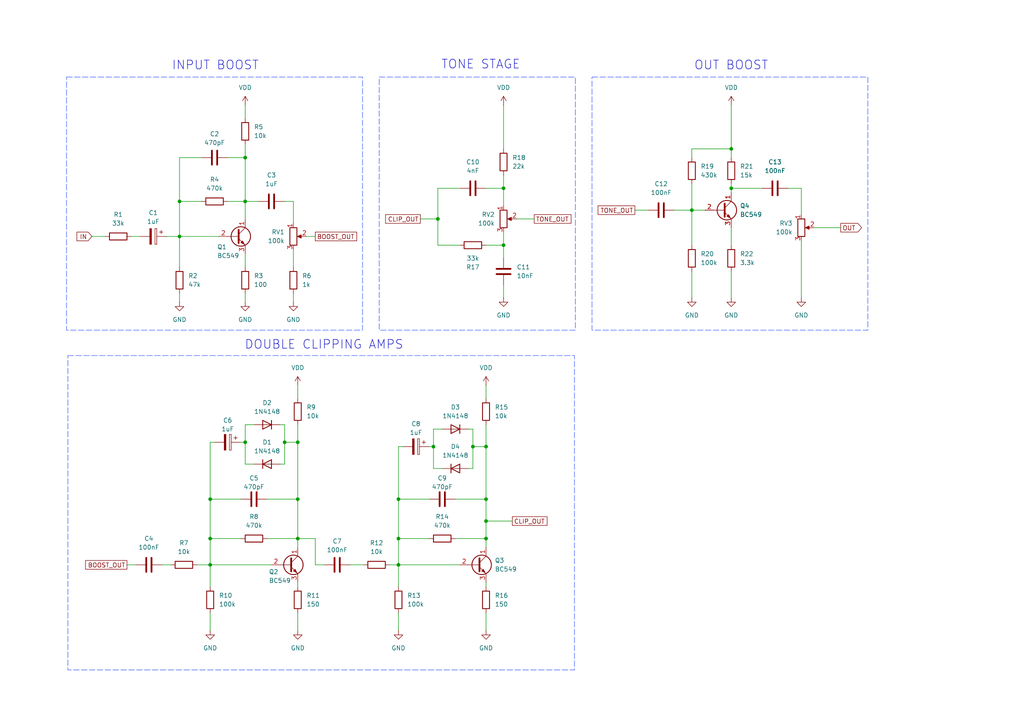
<source format=kicad_sch>
(kicad_sch (version 20250114) (generator "eeschema") (generator_version "9.0")
  (paper "A4")
  (title_block (title "Big Muff Pi") (date "2026-02-23") (rev "V1") (company "UF AES") (comment 1 "Evan Gehler"))
  (lib_symbols
    (symbol "Device:C" (pin_numbers (hide yes)) (pin_names (offset 0.254))
      (property "Reference" "C" (at 0.635 2.54 0))
      (property "Value" "C" (at 0.635 -2.54 0))
      (symbol "C_0_1"
        (polyline (pts (xy -2.032 0.762) (xy 2.032 0.762)) (stroke (width 0.508)))
        (polyline (pts (xy -2.032 -0.762) (xy 2.032 -0.762)) (stroke (width 0.508)))
      )
      (symbol "C_1_1"
        (pin passive line (at 0 3.81 270) (length 2.794) (name "~") (number "1"))
        (pin passive line (at 0 -3.81 90) (length 2.794) (name "~") (number "2"))
      )
    )
    (symbol "Device:C_Polarized" (pin_numbers (hide yes)) (pin_names (offset 0.254))
      (property "Reference" "C" (at 0.635 2.54 0))
      (property "Value" "C_Polarized" (at 0.635 -2.54 0))
      (symbol "C_Polarized_0_1"
        (rectangle (start -2.286 0.508) (end 2.286 1.016))
        (polyline (pts (xy -1.778 2.286) (xy -0.762 2.286)))
        (polyline (pts (xy -1.27 2.794) (xy -1.27 1.778)))
        (rectangle (start 2.286 -0.508) (end -2.286 -1.016) (fill (type outline)))
      )
      (symbol "C_Polarized_1_1"
        (pin passive line (at 0 3.81 270) (length 2.794) (name "~") (number "1"))
        (pin passive line (at 0 -3.81 90) (length 2.794) (name "~") (number "2"))
      )
    )
    (symbol "Device:R" (pin_numbers (hide yes)) (pin_names (offset 0))
      (property "Reference" "R" (at 2.032 0 90))
      (property "Value" "R" (at 0 0 90))
      (symbol "R_0_1"
        (rectangle (start -1.016 -2.54) (end 1.016 2.54) (stroke (width 0.254)))
      )
      (symbol "R_1_1"
        (pin passive line (at 0 3.81 270) (length 1.27) (name "~") (number "1"))
        (pin passive line (at 0 -3.81 90) (length 1.27) (name "~") (number "2"))
      )
    )
    (symbol "Device:R_Potentiometer" (pin_names (offset 1.016) (hide yes))
      (property "Reference" "RV" (at -4.445 0 90))
      (property "Value" "R_Potentiometer" (at -2.54 0 90))
      (symbol "R_Potentiometer_0_1"
        (rectangle (start 1.016 2.54) (end -1.016 -2.54) (stroke (width 0.254)))
        (polyline (pts (xy 1.143 0) (xy 2.286 0.508) (xy 2.286 -0.508) (xy 1.143 0)) (fill (type outline)))
        (polyline (pts (xy 2.54 0) (xy 1.524 0)))
      )
      (symbol "R_Potentiometer_1_1"
        (pin passive line (at 0 3.81 270) (length 1.27) (name "1") (number "1"))
        (pin passive line (at 0 -3.81 90) (length 1.27) (name "3") (number "3"))
        (pin passive line (at 3.81 0 180) (length 1.27) (name "2") (number "2"))
      )
    )
    (symbol "Diode:1N4148" (pin_numbers (hide yes)) (pin_names (hide yes))
      (property "Reference" "D" (at 0 2.54 0))
      (property "Value" "1N4148" (at 0 -2.54 0))
      (symbol "1N4148_0_1"
        (polyline (pts (xy -1.27 1.27) (xy -1.27 -1.27)) (stroke (width 0.254)))
        (polyline (pts (xy 1.27 1.27) (xy 1.27 -1.27) (xy -1.27 0) (xy 1.27 1.27)) (stroke (width 0.254)))
        (polyline (pts (xy 1.27 0) (xy -1.27 0)))
      )
      (symbol "1N4148_1_1"
        (pin passive line (at -3.81 0 0) (length 2.54) (name "K") (number "1"))
        (pin passive line (at 3.81 0 180) (length 2.54) (name "A") (number "2"))
      )
    )
    (symbol "Transistor_BJT:BC549" (pin_names (offset 0) (hide yes))
      (property "Reference" "Q" (at 5.08 1.905 0))
      (property "Value" "BC549" (at 5.08 0 0))
      (symbol "BC549_0_1"
        (polyline (pts (xy -2.54 0) (xy 0.635 0)))
        (polyline (pts (xy 0.635 1.905) (xy 0.635 -1.905)) (stroke (width 0.508)))
        (circle (center 1.27 0) (radius 2.8194) (stroke (width 0.254)))
      )
      (symbol "BC549_1_1"
        (polyline (pts (xy 0.635 0.635) (xy 2.54 2.54)))
        (polyline (pts (xy 0.635 -0.635) (xy 2.54 -2.54)))
        (polyline (pts (xy 1.27 -1.778) (xy 1.778 -1.27) (xy 2.286 -2.286) (xy 1.27 -1.778)) (fill (type outline)))
        (pin input line (at -5.08 0 0) (length 2.54) (name "B") (number "2"))
        (pin passive line (at 2.54 5.08 270) (length 2.54) (name "C") (number "1"))
        (pin passive line (at 2.54 -5.08 90) (length 2.54) (name "E") (number "3"))
      )
    )
    (symbol "power:GND" (power) (pin_numbers (hide yes)) (pin_names (offset 0) (hide yes))
      (property "Value" "GND" (at 0 -3.81 0))
      (symbol "GND_0_1"
        (polyline (pts (xy 0 0) (xy 0 -1.27) (xy 1.27 -1.27) (xy 0 -2.54) (xy -1.27 -1.27) (xy 0 -1.27)))
      )
      (symbol "GND_1_1"
        (pin power_in line (at 0 0 270) (length 0) (name "~") (number "1"))
      )
    )
    (symbol "power:VDD" (power) (pin_numbers (hide yes)) (pin_names (offset 0) (hide yes))
      (property "Value" "VDD" (at 0 3.556 0))
      (symbol "VDD_0_1"
        (polyline (pts (xy -0.762 1.27) (xy 0 2.54)))
        (polyline (pts (xy 0 2.54) (xy 0.762 1.27)))
        (polyline (pts (xy 0 0) (xy 0 2.54)))
      )
      (symbol "VDD_1_1"
        (pin power_in line (at 0 0 90) (length 0) (name "~") (number "1"))
      )
    )
  )
  (rectangle (start 19.685 103.124) (end 166.624 194.31) (stroke (width 0) (type dash) (color 54 83 255 1)))
  (rectangle (start 19.304 22.352) (end 105.156 95.758) (stroke (width 0) (type dash) (color 54 83 255 1)))
  (rectangle (start 171.704 22.352) (end 251.714 95.758) (stroke (width 0) (type dash) (color 54 83 255 1)))
  (rectangle (start 109.982 22.352) (end 166.878 95.758) (stroke (width 0) (type dash) (color 54 83 255 1)))
  (text "OUT BOOST" (at 212.09 19.05 0) (effects (font (size 2.54 2.54))))
  (text "DOUBLE CLIPPING AMPS" (at 93.98 100.076 0) (effects (font (size 2.54 2.54))))
  (text "INPUT BOOST" (at 62.484 19.05 0) (effects (font (size 2.54 2.54))))
  (text "TONE STAGE" (at 139.446 18.796 0) (effects (font (size 2.54 2.54))))
  (junction (at 212.09 43.18))
  (junction (at 140.97 151.13))
  (junction (at 127 63.5))
  (junction (at 60.96 156.21))
  (junction (at 86.36 128.27))
  (junction (at 200.66 60.96))
  (junction (at 212.09 54.61))
  (junction (at 60.96 144.78))
  (junction (at 125.73 129.54))
  (junction (at 146.05 71.12))
  (junction (at 52.07 58.42))
  (junction (at 60.96 163.83))
  (junction (at 52.07 68.58))
  (junction (at 115.57 163.83))
  (junction (at 86.36 144.78))
  (junction (at 82.55 128.27))
  (junction (at 115.57 156.21))
  (junction (at 71.12 128.27))
  (junction (at 137.16 129.54))
  (junction (at 140.97 129.54))
  (junction (at 146.05 54.61))
  (junction (at 86.36 156.21))
  (junction (at 71.12 45.72))
  (junction (at 140.97 156.21))
  (junction (at 140.97 144.78))
  (junction (at 71.12 58.42))
  (junction (at 115.57 144.78))
  (wire (pts (xy 149.86 63.5) (xy 154.94 63.5)))
  (wire (pts (xy 77.47 156.21) (xy 86.36 156.21)))
  (wire (pts (xy 125.73 124.46) (xy 128.27 124.46)))
  (wire (pts (xy 82.55 58.42) (xy 85.09 58.42)))
  (wire (pts (xy 86.36 156.21) (xy 91.44 156.21)))
  (wire (pts (xy 132.08 144.78) (xy 140.97 144.78)))
  (wire (pts (xy 52.07 68.58) (xy 52.07 58.42)))
  (wire (pts (xy 146.05 59.69) (xy 146.05 54.61)))
  (wire (pts (xy 81.28 134.62) (xy 82.55 134.62)))
  (wire (pts (xy 86.36 123.19) (xy 86.36 128.27)))
  (wire (pts (xy 46.99 163.83) (xy 49.53 163.83)))
  (wire (pts (xy 200.66 43.18) (xy 212.09 43.18)))
  (wire (pts (xy 212.09 66.04) (xy 212.09 71.12)))
  (wire (pts (xy 115.57 129.54) (xy 115.57 144.78)))
  (wire (pts (xy 36.83 163.83) (xy 39.37 163.83)))
  (wire (pts (xy 140.97 168.91) (xy 140.97 170.18)))
  (wire (pts (xy 57.15 163.83) (xy 60.96 163.83)))
  (wire (pts (xy 140.97 177.8) (xy 140.97 182.88)))
  (wire (pts (xy 140.97 111.76) (xy 140.97 115.57)))
  (wire (pts (xy 52.07 68.58) (xy 52.07 77.47)))
  (wire (pts (xy 52.07 85.09) (xy 52.07 87.63)))
  (wire (pts (xy 71.12 58.42) (xy 71.12 63.5)))
  (wire (pts (xy 52.07 45.72) (xy 52.07 58.42)))
  (wire (pts (xy 62.23 128.27) (xy 60.96 128.27)))
  (wire (pts (xy 115.57 163.83) (xy 133.35 163.83)))
  (wire (pts (xy 60.96 144.78) (xy 69.85 144.78)))
  (wire (pts (xy 137.16 135.89) (xy 137.16 129.54)))
  (wire (pts (xy 128.27 135.89) (xy 125.73 135.89)))
  (wire (pts (xy 82.55 123.19) (xy 82.55 128.27)))
  (wire (pts (xy 125.73 124.46) (xy 125.73 129.54)))
  (wire (pts (xy 212.09 54.61) (xy 212.09 55.88)))
  (wire (pts (xy 71.12 85.09) (xy 71.12 87.63)))
  (wire (pts (xy 212.09 30.48) (xy 212.09 43.18)))
  (wire (pts (xy 184.15 60.96) (xy 187.96 60.96)))
  (wire (pts (xy 85.09 58.42) (xy 85.09 64.77)))
  (wire (pts (xy 115.57 156.21) (xy 115.57 144.78)))
  (wire (pts (xy 91.44 163.83) (xy 93.98 163.83)))
  (wire (pts (xy 140.97 123.19) (xy 140.97 129.54)))
  (wire (pts (xy 71.12 123.19) (xy 73.66 123.19)))
  (wire (pts (xy 82.55 128.27) (xy 86.36 128.27)))
  (wire (pts (xy 71.12 123.19) (xy 71.12 128.27)))
  (wire (pts (xy 115.57 156.21) (xy 124.46 156.21)))
  (wire (pts (xy 86.36 111.76) (xy 86.36 115.57)))
  (wire (pts (xy 127 63.5) (xy 127 71.12)))
  (wire (pts (xy 232.41 54.61) (xy 232.41 62.23)))
  (wire (pts (xy 137.16 129.54) (xy 137.16 124.46)))
  (wire (pts (xy 200.66 53.34) (xy 200.66 60.96)))
  (wire (pts (xy 116.84 129.54) (xy 115.57 129.54)))
  (wire (pts (xy 91.44 156.21) (xy 91.44 163.83)))
  (wire (pts (xy 69.85 128.27) (xy 71.12 128.27)))
  (wire (pts (xy 137.16 129.54) (xy 140.97 129.54)))
  (wire (pts (xy 86.36 177.8) (xy 86.36 182.88)))
  (wire (pts (xy 86.36 144.78) (xy 86.36 156.21)))
  (wire (pts (xy 140.97 151.13) (xy 140.97 156.21)))
  (wire (pts (xy 66.04 58.42) (xy 71.12 58.42)))
  (wire (pts (xy 86.36 168.91) (xy 86.36 170.18)))
  (wire (pts (xy 200.66 60.96) (xy 200.66 71.12)))
  (wire (pts (xy 52.07 58.42) (xy 58.42 58.42)))
  (wire (pts (xy 121.92 63.5) (xy 127 63.5)))
  (wire (pts (xy 48.26 68.58) (xy 52.07 68.58)))
  (wire (pts (xy 200.66 78.74) (xy 200.66 86.36)))
  (wire (pts (xy 140.97 129.54) (xy 140.97 144.78)))
  (wire (pts (xy 212.09 78.74) (xy 212.09 86.36)))
  (wire (pts (xy 88.9 68.58) (xy 91.44 68.58)))
  (wire (pts (xy 60.96 163.83) (xy 60.96 156.21)))
  (wire (pts (xy 132.08 156.21) (xy 140.97 156.21)))
  (wire (pts (xy 38.1 68.58) (xy 40.64 68.58)))
  (wire (pts (xy 137.16 124.46) (xy 135.89 124.46)))
  (wire (pts (xy 71.12 128.27) (xy 71.12 134.62)))
  (wire (pts (xy 60.96 156.21) (xy 69.85 156.21)))
  (wire (pts (xy 146.05 54.61) (xy 140.97 54.61)))
  (wire (pts (xy 140.97 156.21) (xy 140.97 158.75)))
  (wire (pts (xy 86.36 156.21) (xy 86.36 158.75)))
  (wire (pts (xy 82.55 123.19) (xy 81.28 123.19)))
  (wire (pts (xy 200.66 60.96) (xy 204.47 60.96)))
  (wire (pts (xy 85.09 85.09) (xy 85.09 87.63)))
  (wire (pts (xy 200.66 45.72) (xy 200.66 43.18)))
  (wire (pts (xy 60.96 156.21) (xy 60.96 144.78)))
  (wire (pts (xy 232.41 69.85) (xy 232.41 86.36)))
  (wire (pts (xy 236.22 66.04) (xy 243.84 66.04)))
  (wire (pts (xy 71.12 41.91) (xy 71.12 45.72)))
  (wire (pts (xy 115.57 163.83) (xy 115.57 156.21)))
  (wire (pts (xy 146.05 50.8) (xy 146.05 54.61)))
  (wire (pts (xy 133.35 54.61) (xy 127 54.61)))
  (wire (pts (xy 127 71.12) (xy 133.35 71.12)))
  (wire (pts (xy 146.05 71.12) (xy 146.05 74.93)))
  (wire (pts (xy 146.05 71.12) (xy 146.05 67.31)))
  (wire (pts (xy 60.96 128.27) (xy 60.96 144.78)))
  (wire (pts (xy 127 54.61) (xy 127 63.5)))
  (wire (pts (xy 85.09 72.39) (xy 85.09 77.47)))
  (wire (pts (xy 71.12 73.66) (xy 71.12 77.47)))
  (wire (pts (xy 71.12 30.48) (xy 71.12 34.29)))
  (wire (pts (xy 73.66 134.62) (xy 71.12 134.62)))
  (wire (pts (xy 140.97 151.13) (xy 148.59 151.13)))
  (wire (pts (xy 66.04 45.72) (xy 71.12 45.72)))
  (wire (pts (xy 60.96 177.8) (xy 60.96 182.88)))
  (wire (pts (xy 58.42 45.72) (xy 52.07 45.72)))
  (wire (pts (xy 115.57 144.78) (xy 124.46 144.78)))
  (wire (pts (xy 140.97 144.78) (xy 140.97 151.13)))
  (wire (pts (xy 82.55 128.27) (xy 82.55 134.62)))
  (wire (pts (xy 101.6 163.83) (xy 105.41 163.83)))
  (wire (pts (xy 115.57 163.83) (xy 115.57 170.18)))
  (wire (pts (xy 60.96 163.83) (xy 60.96 170.18)))
  (wire (pts (xy 212.09 54.61) (xy 220.98 54.61)))
  (wire (pts (xy 228.6 54.61) (xy 232.41 54.61)))
  (wire (pts (xy 212.09 43.18) (xy 212.09 45.72)))
  (wire (pts (xy 212.09 53.34) (xy 212.09 54.61)))
  (wire (pts (xy 26.67 68.58) (xy 30.48 68.58)))
  (wire (pts (xy 60.96 163.83) (xy 78.74 163.83)))
  (wire (pts (xy 86.36 128.27) (xy 86.36 144.78)))
  (wire (pts (xy 71.12 45.72) (xy 71.12 58.42)))
  (wire (pts (xy 125.73 129.54) (xy 125.73 135.89)))
  (wire (pts (xy 140.97 71.12) (xy 146.05 71.12)))
  (wire (pts (xy 71.12 58.42) (xy 74.93 58.42)))
  (wire (pts (xy 195.58 60.96) (xy 200.66 60.96)))
  (wire (pts (xy 124.46 129.54) (xy 125.73 129.54)))
  (wire (pts (xy 77.47 144.78) (xy 86.36 144.78)))
  (wire (pts (xy 135.89 135.89) (xy 137.16 135.89)))
  (wire (pts (xy 146.05 30.48) (xy 146.05 43.18)))
  (wire (pts (xy 115.57 177.8) (xy 115.57 182.88)))
  (wire (pts (xy 146.05 82.55) (xy 146.05 86.36)))
  (wire (pts (xy 113.03 163.83) (xy 115.57 163.83)))
  (wire (pts (xy 52.07 68.58) (xy 63.5 68.58)))
  (global_label "CLIP_OUT" (shape passive) (at 148.59 151.13 0) (property "Intersheetrefs" "${INTERSHEET_REFS}" (effects (hide yes))))
  (global_label "TONE_OUT" (shape passive) (at 184.15 60.96 180) (property "Intersheetrefs" "${INTERSHEET_REFS}" (effects (hide yes))))
  (global_label "CLIP_OUT" (shape passive) (at 121.92 63.5 180) (property "Intersheetrefs" "${INTERSHEET_REFS}" (effects (hide yes))))
  (global_label "BOOST_OUT" (shape passive) (at 91.44 68.58 0) (property "Intersheetrefs" "${INTERSHEET_REFS}" (effects (hide yes))))
  (global_label "IN" (shape input) (at 26.67 68.58 180) (property "Intersheetrefs" "${INTERSHEET_REFS}" (effects (hide yes))))
  (global_label "BOOST_OUT" (shape passive) (at 36.83 163.83 180) (property "Intersheetrefs" "${INTERSHEET_REFS}" (effects (hide yes))))
  (global_label "OUT" (shape output) (at 243.84 66.04 0) (property "Intersheetrefs" "${INTERSHEET_REFS}" (effects (hide yes))))
  (global_label "TONE_OUT" (shape passive) (at 154.94 63.5 0) (property "Intersheetrefs" "${INTERSHEET_REFS}" (effects (hide yes))))
  (symbol (lib_id "power:GND") (at 115.57 182.88 0) (unit 1)
    (property "Reference" "#PWR08" (effects (hide yes)))
    (property "Value" "GND" (at 115.57 187.96 0))
    (property "Description" "Power symbol creates a global label with name \"GND\" , ground" (effects (hide yes)))
  )
  (symbol (lib_id "power:VDD") (at 86.36 111.76 0) (unit 1)
    (property "Reference" "#PWR05" (effects (hide yes)))
    (property "Value" "VDD" (at 86.36 106.68 0))
    (property "Description" "Power symbol creates a global label with name \"VDD\"" (effects (hide yes)))
  )
  (symbol (lib_id "Device:R") (at 34.29 68.58 270) (unit 1)
    (property "Reference" "R1" (at 34.29 62.23 90))
    (property "Value" "33k" (at 34.29 64.77 90))
    (property "Footprint" "Resistor_THT:R_Axial_DIN0207_L6.3mm_D2.5mm_P7.62mm_Horizontal" (effects (hide yes)))
    (property "Description" "Resistor" (effects (hide yes)))
  )
  (symbol (lib_id "Device:R") (at 200.66 74.93 0) (unit 1)
    (property "Reference" "R20" (at 203.2 73.6599 0) (effects (justify left)))
    (property "Value" "100k" (at 203.2 76.1999 0) (effects (justify left)))
    (property "Footprint" "Resistor_THT:R_Axial_DIN0207_L6.3mm_D2.5mm_P7.62mm_Horizontal" (effects (hide yes)))
    (property "Description" "Resistor" (effects (hide yes)))
  )
  (symbol (lib_id "Device:R") (at 53.34 163.83 90) (unit 1)
    (property "Reference" "R7" (at 53.34 157.48 90))
    (property "Value" "10k" (at 53.34 160.02 90))
    (property "Footprint" "Resistor_THT:R_Axial_DIN0207_L6.3mm_D2.5mm_P7.62mm_Horizontal" (effects (hide yes)))
    (property "Description" "Resistor" (effects (hide yes)))
  )
  (symbol (lib_id "power:GND") (at 232.41 86.36 0) (unit 1)
    (property "Reference" "#PWR016" (effects (hide yes)))
    (property "Value" "GND" (at 232.41 91.44 0))
    (property "Description" "Power symbol creates a global label with name \"GND\" , ground" (effects (hide yes)))
  )
  (symbol (lib_id "Device:R") (at 71.12 81.28 0) (unit 1)
    (property "Reference" "R3" (at 73.66 80.0099 0) (effects (justify left)))
    (property "Value" "100" (at 73.66 82.5499 0) (effects (justify left)))
    (property "Footprint" "Resistor_THT:R_Axial_DIN0207_L6.3mm_D2.5mm_P7.62mm_Horizontal" (effects (hide yes)))
    (property "Description" "Resistor" (effects (hide yes)))
  )
  (symbol (lib_id "Device:R") (at 200.66 49.53 0) (unit 1)
    (property "Reference" "R19" (at 203.2 48.2599 0) (effects (justify left)))
    (property "Value" "430k" (at 203.2 50.7999 0) (effects (justify left)))
    (property "Footprint" "Resistor_THT:R_Axial_DIN0207_L6.3mm_D2.5mm_P7.62mm_Horizontal" (effects (hide yes)))
    (property "Description" "Resistor" (effects (hide yes)))
  )
  (symbol (lib_id "Device:R") (at 212.09 49.53 0) (unit 1)
    (property "Reference" "R21" (at 214.63 48.2599 0) (effects (justify left)))
    (property "Value" "15k" (at 214.63 50.7999 0) (effects (justify left)))
    (property "Footprint" "Resistor_THT:R_Axial_DIN0207_L6.3mm_D2.5mm_P7.62mm_Horizontal" (effects (hide yes)))
    (property "Description" "Resistor" (effects (hide yes)))
  )
  (symbol (lib_id "power:VDD") (at 140.97 111.76 0) (unit 1)
    (property "Reference" "#PWR09" (effects (hide yes)))
    (property "Value" "VDD" (at 140.97 106.68 0))
    (property "Description" "Power symbol creates a global label with name \"VDD\"" (effects (hide yes)))
  )
  (symbol (lib_id "Device:R") (at 73.66 156.21 90) (unit 1)
    (property "Reference" "R8" (at 73.66 149.86 90))
    (property "Value" "470k" (at 73.66 152.4 90))
    (property "Footprint" "Resistor_THT:R_Axial_DIN0207_L6.3mm_D2.5mm_P7.62mm_Horizontal" (effects (hide yes)))
    (property "Description" "Resistor" (effects (hide yes)))
  )
  (symbol (lib_id "Device:R_Potentiometer") (at 146.05 63.5 0) (unit 1)
    (property "Reference" "RV2" (at 143.51 62.2299 0) (effects (justify right)))
    (property "Value" "100k" (at 143.51 64.7699 0) (effects (justify right)))
    (property "Footprint" "Resistor_THT:R_Axial_DIN0207_L6.3mm_D2.5mm_P7.62mm_Horizontal" (effects (hide yes)))
    (property "Description" "Potentiometer" (effects (hide yes)))
  )
  (symbol (lib_id "Device:C") (at 78.74 58.42 90) (unit 1)
    (property "Reference" "C3" (at 78.74 50.8 90))
    (property "Value" "1uF" (at 78.74 53.34 90))
    (property "Description" "Unpolarized capacitor" (effects (hide yes)))
  )
  (symbol (lib_id "Device:C") (at 62.23 45.72 90) (unit 1)
    (property "Reference" "C2" (at 62.23 38.862 90))
    (property "Value" "470pF" (at 62.23 41.402 90))
    (property "Description" "Unpolarized capacitor" (effects (hide yes)))
  )
  (symbol (lib_id "Device:R_Potentiometer") (at 85.09 68.58 0) (unit 1)
    (property "Reference" "RV1" (at 82.55 67.3099 0) (effects (justify right)))
    (property "Value" "100k" (at 82.55 69.8499 0) (effects (justify right)))
    (property "Footprint" "Resistor_THT:R_Axial_DIN0207_L6.3mm_D2.5mm_P7.62mm_Horizontal" (effects (hide yes)))
    (property "Description" "Potentiometer" (effects (hide yes)))
  )
  (symbol (lib_id "Device:C") (at 43.18 163.83 90) (unit 1)
    (property "Reference" "C4" (at 43.18 156.21 90))
    (property "Value" "100nF" (at 43.18 158.75 90))
    (property "Description" "Unpolarized capacitor" (effects (hide yes)))
  )
  (symbol (lib_id "Transistor_BJT:BC549") (at 138.43 163.83 0) (unit 1)
    (property "Reference" "Q3" (at 143.51 162.5599 0) (effects (justify left)))
    (property "Value" "BC549" (at 143.51 165.0999 0) (effects (justify left)))
    (property "Footprint" "Package_TO_SOT_THT:TO-92_Inline_Wide" (effects (hide yes)))
    (property "Datasheet" "https://www.onsemi.com/pub/Collateral/BC550-D.pdf" (effects (hide yes)))
    (property "Description" "0.1A Ic, 30V Vce, Small Signal NPN Transistor, TO-92" (effects (hide yes)))
  )
  (symbol (lib_id "power:GND") (at 200.66 86.36 0) (unit 1)
    (property "Reference" "#PWR014" (effects (hide yes)))
    (property "Value" "GND" (at 200.66 91.44 0))
    (property "Description" "Power symbol creates a global label with name \"GND\" , ground" (effects (hide yes)))
  )
  (symbol (lib_id "Device:R_Potentiometer") (at 232.41 66.04 0) (unit 1)
    (property "Reference" "RV3" (at 229.87 64.7699 0) (effects (justify right)))
    (property "Value" "100k" (at 229.87 67.3099 0) (effects (justify right)))
    (property "Footprint" "Resistor_THT:R_Axial_DIN0207_L6.3mm_D2.5mm_P7.62mm_Horizontal" (effects (hide yes)))
    (property "Description" "Potentiometer" (effects (hide yes)))
  )
  (symbol (lib_id "Device:R") (at 115.57 173.99 0) (unit 1)
    (property "Reference" "R13" (at 118.11 172.7199 0) (effects (justify left)))
    (property "Value" "100k" (at 118.11 175.2599 0) (effects (justify left)))
    (property "Footprint" "Resistor_THT:R_Axial_DIN0207_L6.3mm_D2.5mm_P7.62mm_Horizontal" (effects (hide yes)))
    (property "Description" "Resistor" (effects (hide yes)))
  )
  (symbol (lib_id "Diode:1N4148") (at 132.08 124.46 180) (unit 1)
    (property "Reference" "D3" (at 132.08 118.11 0))
    (property "Value" "1N4148" (at 132.08 120.65 0))
    (property "Footprint" "Diode_THT:D_DO-35_SOD27_P7.62mm_Horizontal" (effects (hide yes)))
    (property "Datasheet" "https://assets.nexperia.com/documents/data-sheet/1N4148_1N4448.pdf" (effects (hide yes)))
    (property "Description" "100V 0.15A standard switching diode, DO-35" (effects (hide yes)))
    (property "Sim.Device" "D" (effects (hide yes)))
    (property "Sim.Pins" "1=K 2=A" (effects (hide yes)))
  )
  (symbol (lib_id "Diode:1N4148") (at 77.47 134.62 0) (unit 1)
    (property "Reference" "D1" (at 77.47 128.27 0))
    (property "Value" "1N4148" (at 77.47 130.81 0))
    (property "Footprint" "Diode_THT:D_DO-35_SOD27_P7.62mm_Horizontal" (effects (hide yes)))
    (property "Datasheet" "https://assets.nexperia.com/documents/data-sheet/1N4148_1N4448.pdf" (effects (hide yes)))
    (property "Description" "100V 0.15A standard switching diode, DO-35" (effects (hide yes)))
    (property "Sim.Device" "D" (effects (hide yes)))
    (property "Sim.Pins" "1=K 2=A" (effects (hide yes)))
  )
  (symbol (lib_id "Device:R") (at 109.22 163.83 90) (unit 1)
    (property "Reference" "R12" (at 109.22 157.48 90))
    (property "Value" "10k" (at 109.22 160.02 90))
    (property "Footprint" "Resistor_THT:R_Axial_DIN0207_L6.3mm_D2.5mm_P7.62mm_Horizontal" (effects (hide yes)))
    (property "Description" "Resistor" (effects (hide yes)))
  )
  (symbol (lib_id "Diode:1N4148") (at 77.47 123.19 180) (unit 1)
    (property "Reference" "D2" (at 77.47 116.84 0))
    (property "Value" "1N4148" (at 77.47 119.38 0))
    (property "Footprint" "Diode_THT:D_DO-35_SOD27_P7.62mm_Horizontal" (effects (hide yes)))
    (property "Datasheet" "https://assets.nexperia.com/documents/data-sheet/1N4148_1N4448.pdf" (effects (hide yes)))
    (property "Description" "100V 0.15A standard switching diode, DO-35" (effects (hide yes)))
    (property "Sim.Device" "D" (effects (hide yes)))
    (property "Sim.Pins" "1=K 2=A" (effects (hide yes)))
  )
  (symbol (lib_id "power:GND") (at 140.97 182.88 0) (unit 1)
    (property "Reference" "#PWR010" (effects (hide yes)))
    (property "Value" "GND" (at 140.97 187.96 0))
    (property "Description" "Power symbol creates a global label with name \"GND\" , ground" (effects (hide yes)))
  )
  (symbol (lib_id "Device:C") (at 191.77 60.96 90) (unit 1)
    (property "Reference" "C12" (at 191.77 53.34 90))
    (property "Value" "100nF" (at 191.77 55.88 90))
    (property "Description" "Unpolarized capacitor" (effects (hide yes)))
  )
  (symbol (lib_id "Device:R") (at 146.05 46.99 0) (unit 1)
    (property "Reference" "R18" (at 148.59 45.7199 0) (effects (justify left)))
    (property "Value" "22k" (at 148.59 48.2599 0) (effects (justify left)))
    (property "Footprint" "Resistor_THT:R_Axial_DIN0207_L6.3mm_D2.5mm_P7.62mm_Horizontal" (effects (hide yes)))
    (property "Description" "Resistor" (effects (hide yes)))
  )
  (symbol (lib_id "Device:C_Polarized") (at 66.04 128.27 270) (unit 1)
    (property "Reference" "C6" (at 66.04 121.92 90))
    (property "Value" "1uF" (at 66.04 124.46 90))
    (property "Description" "Polarized capacitor" (effects (hide yes)))
  )
  (symbol (lib_id "Device:R") (at 128.27 156.21 90) (unit 1)
    (property "Reference" "R14" (at 128.27 149.86 90))
    (property "Value" "470k" (at 128.27 152.4 90))
    (property "Footprint" "Resistor_THT:R_Axial_DIN0207_L6.3mm_D2.5mm_P7.62mm_Horizontal" (effects (hide yes)))
    (property "Description" "Resistor" (effects (hide yes)))
  )
  (symbol (lib_id "power:GND") (at 71.12 87.63 0) (unit 1)
    (property "Reference" "#PWR02" (effects (hide yes)))
    (property "Value" "GND" (at 71.12 92.71 0))
    (property "Description" "Power symbol creates a global label with name \"GND\" , ground" (effects (hide yes)))
  )
  (symbol (lib_id "Diode:1N4148") (at 132.08 135.89 0) (unit 1)
    (property "Reference" "D4" (at 132.08 129.54 0))
    (property "Value" "1N4148" (at 132.08 132.08 0))
    (property "Footprint" "Diode_THT:D_DO-35_SOD27_P7.62mm_Horizontal" (effects (hide yes)))
    (property "Datasheet" "https://assets.nexperia.com/documents/data-sheet/1N4148_1N4448.pdf" (effects (hide yes)))
    (property "Description" "100V 0.15A standard switching diode, DO-35" (effects (hide yes)))
    (property "Sim.Device" "D" (effects (hide yes)))
    (property "Sim.Pins" "1=K 2=A" (effects (hide yes)))
  )
  (symbol (lib_id "Device:C") (at 137.16 54.61 90) (unit 1)
    (property "Reference" "C10" (at 137.16 46.99 90))
    (property "Value" "4nF" (at 137.16 49.53 90))
    (property "Description" "Unpolarized capacitor" (effects (hide yes)))
  )
  (symbol (lib_id "Transistor_BJT:BC549") (at 83.82 163.83 0) (unit 1)
    (property "Reference" "Q2" (at 77.978 165.862 0) (effects (justify left)))
    (property "Value" "BC549" (at 77.978 168.402 0) (effects (justify left)))
    (property "Footprint" "Package_TO_SOT_THT:TO-92_Inline_Wide" (effects (hide yes)))
    (property "Datasheet" "https://www.onsemi.com/pub/Collateral/BC550-D.pdf" (effects (hide yes)))
    (property "Description" "0.1A Ic, 30V Vce, Small Signal NPN Transistor, TO-92" (effects (hide yes)))
  )
  (symbol (lib_id "Transistor_BJT:BC549") (at 68.58 68.58 0) (unit 1)
    (property "Reference" "Q1" (at 62.992 71.628 0) (effects (justify left)))
    (property "Value" "BC549" (at 62.992 74.168 0) (effects (justify left)))
    (property "Footprint" "Package_TO_SOT_THT:TO-92_Inline_Wide" (effects (hide yes)))
    (property "Datasheet" "https://www.onsemi.com/pub/Collateral/BC550-D.pdf" (effects (hide yes)))
    (property "Description" "0.1A Ic, 30V Vce, Small Signal NPN Transistor, TO-92" (effects (hide yes)))
  )
  (symbol (lib_id "Device:R") (at 86.36 119.38 0) (unit 1)
    (property "Reference" "R9" (at 88.9 118.1099 0) (effects (justify left)))
    (property "Value" "10k" (at 88.9 120.6499 0) (effects (justify left)))
    (property "Footprint" "Resistor_THT:R_Axial_DIN0207_L6.3mm_D2.5mm_P7.62mm_Horizontal" (effects (hide yes)))
    (property "Description" "Resistor" (effects (hide yes)))
  )
  (symbol (lib_id "Device:R") (at 52.07 81.28 0) (unit 1)
    (property "Reference" "R2" (at 54.61 80.0099 0) (effects (justify left)))
    (property "Value" "47k" (at 54.61 82.5499 0) (effects (justify left)))
    (property "Footprint" "Resistor_THT:R_Axial_DIN0207_L6.3mm_D2.5mm_P7.62mm_Horizontal" (effects (hide yes)))
    (property "Description" "Resistor" (effects (hide yes)))
  )
  (symbol (lib_id "Device:R") (at 62.23 58.42 90) (unit 1)
    (property "Reference" "R4" (at 62.23 52.07 90))
    (property "Value" "470k" (at 62.23 54.61 90))
    (property "Footprint" "Resistor_THT:R_Axial_DIN0207_L6.3mm_D2.5mm_P7.62mm_Horizontal" (effects (hide yes)))
    (property "Description" "Resistor" (effects (hide yes)))
  )
  (symbol (lib_id "Device:C_Polarized") (at 44.45 68.58 270) (unit 1)
    (property "Reference" "C1" (at 44.45 61.722 90))
    (property "Value" "1uF" (at 44.45 64.262 90))
    (property "Description" "Polarized capacitor" (effects (hide yes)))
  )
  (symbol (lib_id "power:GND") (at 60.96 182.88 0) (unit 1)
    (property "Reference" "#PWR06" (effects (hide yes)))
    (property "Value" "GND" (at 60.96 187.96 0))
    (property "Description" "Power symbol creates a global label with name \"GND\" , ground" (effects (hide yes)))
  )
  (symbol (lib_id "Device:R") (at 212.09 74.93 0) (unit 1)
    (property "Reference" "R22" (at 214.63 73.6599 0) (effects (justify left)))
    (property "Value" "3.3k" (at 214.63 76.1999 0) (effects (justify left)))
    (property "Footprint" "Resistor_THT:R_Axial_DIN0207_L6.3mm_D2.5mm_P7.62mm_Horizontal" (effects (hide yes)))
    (property "Description" "Resistor" (effects (hide yes)))
  )
  (symbol (lib_id "power:GND") (at 86.36 182.88 0) (unit 1)
    (property "Reference" "#PWR07" (effects (hide yes)))
    (property "Value" "GND" (at 86.36 187.96 0))
    (property "Description" "Power symbol creates a global label with name \"GND\" , ground" (effects (hide yes)))
  )
  (symbol (lib_id "power:VDD") (at 71.12 30.48 0) (unit 1)
    (property "Reference" "#PWR03" (effects (hide yes)))
    (property "Value" "VDD" (at 71.12 25.4 0))
    (property "Description" "Power symbol creates a global label with name \"VDD\"" (effects (hide yes)))
  )
  (symbol (lib_id "Device:R") (at 85.09 81.28 0) (unit 1)
    (property "Reference" "R6" (at 87.63 80.0099 0) (effects (justify left)))
    (property "Value" "1k" (at 87.63 82.5499 0) (effects (justify left)))
    (property "Footprint" "Resistor_THT:R_Axial_DIN0207_L6.3mm_D2.5mm_P7.62mm_Horizontal" (effects (hide yes)))
    (property "Description" "Resistor" (effects (hide yes)))
  )
  (symbol (lib_id "power:GND") (at 146.05 86.36 0) (unit 1)
    (property "Reference" "#PWR012" (effects (hide yes)))
    (property "Value" "GND" (at 146.05 91.44 0))
    (property "Description" "Power symbol creates a global label with name \"GND\" , ground" (effects (hide yes)))
  )
  (symbol (lib_id "power:VDD") (at 212.09 30.48 0) (unit 1)
    (property "Reference" "#PWR013" (effects (hide yes)))
    (property "Value" "VDD" (at 212.09 25.4 0))
    (property "Description" "Power symbol creates a global label with name \"VDD\"" (effects (hide yes)))
  )
  (symbol (lib_id "Device:C_Polarized") (at 120.65 129.54 270) (unit 1)
    (property "Reference" "C8" (at 120.65 122.936 90))
    (property "Value" "1uF" (at 120.65 125.476 90))
    (property "Description" "Polarized capacitor" (effects (hide yes)))
  )
  (symbol (lib_id "power:VDD") (at 146.05 30.48 0) (unit 1)
    (property "Reference" "#PWR011" (effects (hide yes)))
    (property "Value" "VDD" (at 146.05 25.4 0))
    (property "Description" "Power symbol creates a global label with name \"VDD\"" (effects (hide yes)))
  )
  (symbol (lib_id "Device:R") (at 140.97 173.99 0) (unit 1)
    (property "Reference" "R16" (at 143.51 172.7199 0) (effects (justify left)))
    (property "Value" "150" (at 143.51 175.2599 0) (effects (justify left)))
    (property "Footprint" "Resistor_THT:R_Axial_DIN0207_L6.3mm_D2.5mm_P7.62mm_Horizontal" (effects (hide yes)))
    (property "Description" "Resistor" (effects (hide yes)))
  )
  (symbol (lib_id "power:GND") (at 85.09 87.63 0) (unit 1)
    (property "Reference" "#PWR04" (effects (hide yes)))
    (property "Value" "GND" (at 85.09 92.71 0))
    (property "Description" "Power symbol creates a global label with name \"GND\" , ground" (effects (hide yes)))
  )
  (symbol (lib_id "Device:C") (at 73.66 144.78 90) (unit 1)
    (property "Reference" "C5" (at 73.66 138.684 90))
    (property "Value" "470pF" (at 73.66 141.224 90))
    (property "Description" "Unpolarized capacitor" (effects (hide yes)))
  )
  (symbol (lib_id "power:GND") (at 52.07 87.63 0) (unit 1)
    (property "Reference" "#PWR01" (effects (hide yes)))
    (property "Value" "GND" (at 52.07 92.71 0))
    (property "Description" "Power symbol creates a global label with name \"GND\" , ground" (effects (hide yes)))
  )
  (symbol (lib_id "Device:R") (at 60.96 173.99 0) (unit 1)
    (property "Reference" "R10" (at 63.5 172.7199 0) (effects (justify left)))
    (property "Value" "100k" (at 63.5 175.2599 0) (effects (justify left)))
    (property "Footprint" "Resistor_THT:R_Axial_DIN0207_L6.3mm_D2.5mm_P7.62mm_Horizontal" (effects (hide yes)))
    (property "Description" "Resistor" (effects (hide yes)))
  )
  (symbol (lib_id "Device:C") (at 146.05 78.74 180) (unit 1)
    (property "Reference" "C11" (at 149.86 77.4699 0) (effects (justify right)))
    (property "Value" "10nF" (at 149.86 80.0099 0) (effects (justify right)))
    (property "Description" "Unpolarized capacitor" (effects (hide yes)))
  )
  (symbol (lib_id "Device:R") (at 86.36 173.99 0) (unit 1)
    (property "Reference" "R11" (at 88.9 172.7199 0) (effects (justify left)))
    (property "Value" "150" (at 88.9 175.2599 0) (effects (justify left)))
    (property "Footprint" "Resistor_THT:R_Axial_DIN0207_L6.3mm_D2.5mm_P7.62mm_Horizontal" (effects (hide yes)))
    (property "Description" "Resistor" (effects (hide yes)))
  )
  (symbol (lib_id "Device:R") (at 137.16 71.12 90) (mirror x) (unit 1)
    (property "Reference" "R17" (at 137.16 77.47 90))
    (property "Value" "33k" (at 137.16 74.93 90))
    (property "Footprint" "Resistor_THT:R_Axial_DIN0207_L6.3mm_D2.5mm_P7.62mm_Horizontal" (effects (hide yes)))
    (property "Description" "Resistor" (effects (hide yes)))
  )
  (symbol (lib_id "Device:R") (at 140.97 119.38 0) (unit 1)
    (property "Reference" "R15" (at 143.51 118.1099 0) (effects (justify left)))
    (property "Value" "10k" (at 143.51 120.6499 0) (effects (justify left)))
    (property "Footprint" "Resistor_THT:R_Axial_DIN0207_L6.3mm_D2.5mm_P7.62mm_Horizontal" (effects (hide yes)))
    (property "Description" "Resistor" (effects (hide yes)))
  )
  (symbol (lib_id "Device:C") (at 224.79 54.61 90) (unit 1)
    (property "Reference" "C13" (at 224.79 46.99 90))
    (property "Value" "100nF" (at 224.79 49.53 90))
    (property "Description" "Unpolarized capacitor" (effects (hide yes)))
  )
  (symbol (lib_id "Transistor_BJT:BC549") (at 209.55 60.96 0) (unit 1)
    (property "Reference" "Q4" (at 214.63 59.6899 0) (effects (justify left)))
    (property "Value" "BC549" (at 214.63 62.2299 0) (effects (justify left)))
    (property "Footprint" "Package_TO_SOT_THT:TO-92_Inline_Wide" (effects (hide yes)))
    (property "Datasheet" "https://www.onsemi.com/pub/Collateral/BC550-D.pdf" (effects (hide yes)))
    (property "Description" "0.1A Ic, 30V Vce, Small Signal NPN Transistor, TO-92" (effects (hide yes)))
  )
  (symbol (lib_id "Device:C") (at 97.79 163.83 90) (unit 1)
    (property "Reference" "C7" (at 97.79 156.972 90))
    (property "Value" "100nF" (at 97.79 159.512 90))
    (property "Description" "Unpolarized capacitor" (effects (hide yes)))
  )
  (symbol (lib_id "Device:R") (at 71.12 38.1 0) (unit 1)
    (property "Reference" "R5" (at 73.66 36.8299 0) (effects (justify left)))
    (property "Value" "10k" (at 73.66 39.3699 0) (effects (justify left)))
    (property "Footprint" "Resistor_THT:R_Axial_DIN0207_L6.3mm_D2.5mm_P7.62mm_Horizontal" (effects (hide yes)))
    (property "Description" "Resistor" (effects (hide yes)))
  )
  (symbol (lib_id "Device:C") (at 128.27 144.78 90) (unit 1)
    (property "Reference" "C9" (at 128.27 138.684 90))
    (property "Value" "470pF" (at 128.27 141.224 90))
    (property "Description" "Unpolarized capacitor" (effects (hide yes)))
  )
  (symbol (lib_id "power:GND") (at 212.09 86.36 0) (unit 1)
    (property "Reference" "#PWR015" (effects (hide yes)))
    (property "Value" "GND" (at 212.09 91.44 0))
    (property "Description" "Power symbol creates a global label with name \"GND\" , ground" (effects (hide yes)))
  )
)
</source>
